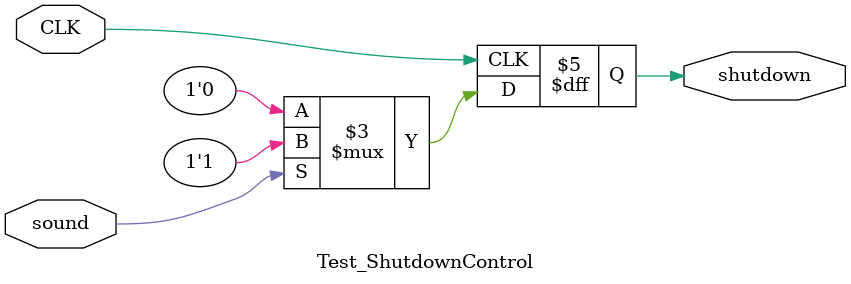
<source format=v>
`timescale 1ns / 1ps



module Test_ShutdownControl(input CLK, sound,
                            output reg shutdown);
                            
       always@(posedge CLK) begin 
           if(sound)
                shutdown <= 1'b1;
           else
                shutdown <= 1'b0;
       end
endmodule

</source>
